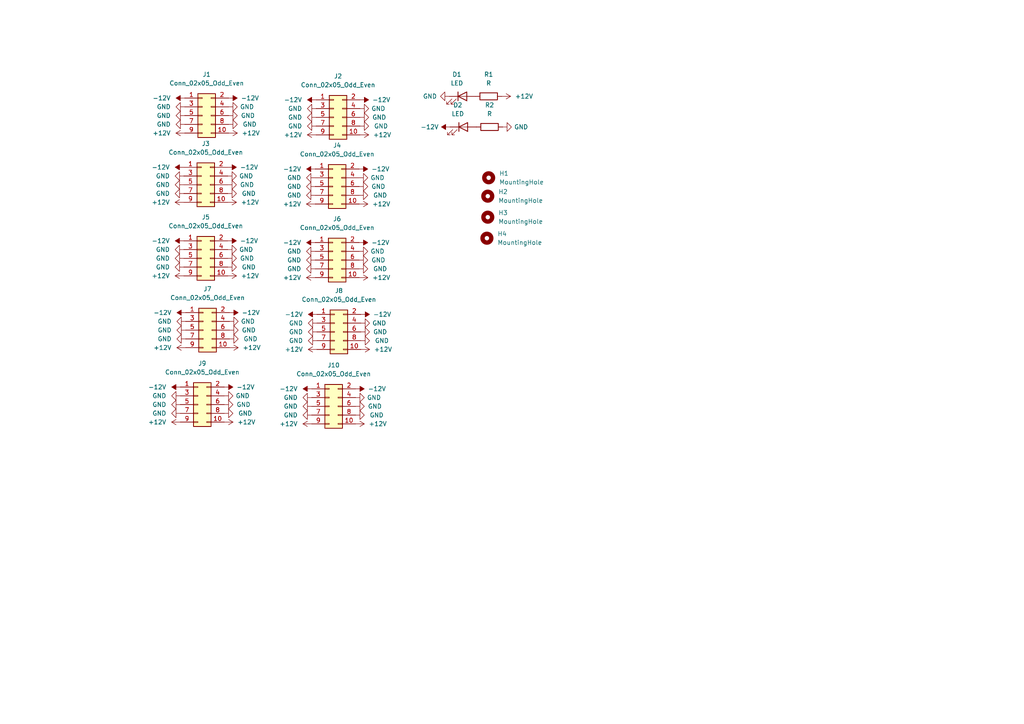
<source format=kicad_sch>
(kicad_sch (version 20250114) (generator "eeschema") (generator_version "9.0")
  (paper "A4")
  (lib_symbols
    (symbol "Connector_Generic:Conn_02x05_Odd_Even" (pin_names (offset 1.016) (hide yes))
      (property "Reference" "J" (at 1.27 7.62 0))
      (property "Value" "Conn_02x05_Odd_Even" (at 1.27 -7.62 0))
      (symbol "Conn_02x05_Odd_Even_1_1"
        (rectangle (start -1.27 6.35) (end 3.81 -6.35) (stroke (width 0.254)) (fill (type background)))
        (rectangle (start -1.27 5.207) (end 0 4.953) (stroke (width 0.1524)))
        (rectangle (start -1.27 2.667) (end 0 2.413) (stroke (width 0.1524)))
        (rectangle (start -1.27 0.127) (end 0 -0.127) (stroke (width 0.1524)))
        (rectangle (start -1.27 -2.413) (end 0 -2.667) (stroke (width 0.1524)))
        (rectangle (start -1.27 -4.953) (end 0 -5.207) (stroke (width 0.1524)))
        (rectangle (start 3.81 5.207) (end 2.54 4.953) (stroke (width 0.1524)))
        (rectangle (start 3.81 2.667) (end 2.54 2.413) (stroke (width 0.1524)))
        (rectangle (start 3.81 0.127) (end 2.54 -0.127) (stroke (width 0.1524)))
        (rectangle (start 3.81 -2.413) (end 2.54 -2.667) (stroke (width 0.1524)))
        (rectangle (start 3.81 -4.953) (end 2.54 -5.207) (stroke (width 0.1524)))
        (pin passive line (at -5.08 5.08 0) (length 3.81) (name "Pin_1") (number "1"))
        (pin passive line (at -5.08 2.54 0) (length 3.81) (name "Pin_3") (number "3"))
        (pin passive line (at -5.08 0 0) (length 3.81) (name "Pin_5") (number "5"))
        (pin passive line (at -5.08 -2.54 0) (length 3.81) (name "Pin_7") (number "7"))
        (pin passive line (at -5.08 -5.08 0) (length 3.81) (name "Pin_9") (number "9"))
        (pin passive line (at 7.62 5.08 180) (length 3.81) (name "Pin_2") (number "2"))
        (pin passive line (at 7.62 2.54 180) (length 3.81) (name "Pin_4") (number "4"))
        (pin passive line (at 7.62 0 180) (length 3.81) (name "Pin_6") (number "6"))
        (pin passive line (at 7.62 -2.54 180) (length 3.81) (name "Pin_8") (number "8"))
        (pin passive line (at 7.62 -5.08 180) (length 3.81) (name "Pin_10") (number "10"))
      )
    )
    (symbol "Device:LED" (pin_numbers (hide yes)) (pin_names (offset 1.016) (hide yes))
      (property "Reference" "D" (at 0 2.54 0))
      (property "Value" "LED" (at 0 -2.54 0))
      (symbol "LED_0_1"
        (polyline (pts (xy -3.048 -0.762) (xy -4.572 -2.286) (xy -3.81 -2.286) (xy -4.572 -2.286) (xy -4.572 -1.524)))
        (polyline (pts (xy -1.778 -0.762) (xy -3.302 -2.286) (xy -2.54 -2.286) (xy -3.302 -2.286) (xy -3.302 -1.524)))
        (polyline (pts (xy -1.27 0) (xy 1.27 0)))
        (polyline (pts (xy -1.27 -1.27) (xy -1.27 1.27)) (stroke (width 0.254)))
        (polyline (pts (xy 1.27 -1.27) (xy 1.27 1.27) (xy -1.27 0) (xy 1.27 -1.27)) (stroke (width 0.254)))
      )
      (symbol "LED_1_1"
        (pin passive line (at -3.81 0 0) (length 2.54) (name "K") (number "1"))
        (pin passive line (at 3.81 0 180) (length 2.54) (name "A") (number "2"))
      )
    )
    (symbol "Device:R" (pin_numbers (hide yes)) (pin_names (offset 0))
      (property "Reference" "R" (at 2.032 0 90))
      (property "Value" "R" (at 0 0 90))
      (symbol "R_0_1"
        (rectangle (start -1.016 -2.54) (end 1.016 2.54) (stroke (width 0.254)))
      )
      (symbol "R_1_1"
        (pin passive line (at 0 3.81 270) (length 1.27) (name "~") (number "1"))
        (pin passive line (at 0 -3.81 90) (length 1.27) (name "~") (number "2"))
      )
    )
    (symbol "Eurorack:+12V" (power) (pin_names (offset 0))
      (property "Value" "+12V" (at 0 3.556 0))
      (symbol "+12V_0_1"
        (polyline (pts (xy -0.762 1.27) (xy 0 2.54)))
        (polyline (pts (xy 0 2.54) (xy 0.762 1.27)))
        (polyline (pts (xy 0 0) (xy 0 2.54)))
      )
      (symbol "+12V_1_1"
        (pin power_in line (at 0 0 90) (length 0) (hide yes) (name "+12V") (number "1"))
      )
    )
    (symbol "Eurorack:-12V" (power) (pin_names (offset 0))
      (property "Value" "-12V" (at 0 3.81 0))
      (symbol "-12V_0_0"
        (pin power_in line (at 0 0 90) (length 0) (hide yes) (name "-12V") (number "1"))
      )
      (symbol "-12V_0_1"
        (polyline (pts (xy 0 0) (xy 0 1.27) (xy 0.762 1.27) (xy 0 2.54) (xy -0.762 1.27) (xy 0 1.27)) (fill (type outline)))
      )
    )
    (symbol "Eurorack:GND" (power) (pin_names (offset 0))
      (property "Value" "GND" (at 0 -3.81 0))
      (symbol "GND_0_1"
        (polyline (pts (xy 0 0) (xy 0 -1.27) (xy 1.27 -1.27) (xy 0 -2.54) (xy -1.27 -1.27) (xy 0 -1.27)))
      )
      (symbol "GND_1_1"
        (pin power_in line (at 0 0 270) (length 0) (hide yes) (name "GND") (number "1"))
      )
    )
    (symbol "Mechanical:MountingHole" (pin_names (offset 1.016)) (in_bom no)
      (property "Reference" "H" (at 0 5.08 0))
      (property "Value" "MountingHole" (at 0 3.175 0))
      (symbol "MountingHole_0_1"
        (circle (center 0 0) (radius 1.27) (stroke (width 1.27)))
      )
    )
  )
  (symbol (lib_id "Eurorack:GND") (at 53.34 77.47 270) (unit 1)
    (property "Reference" "#PWR044" (effects (hide yes)))
    (property "Value" "GND" (at 49.276 77.4699 90) (effects (justify right)))
    (property "Description" "Power symbol creates a global label with name \"GND\" , ground" (effects (hide yes)))
  )
  (symbol (lib_id "Eurorack:GND") (at 66.04 72.39 90) (unit 1)
    (property "Reference" "#PWR047" (effects (hide yes)))
    (property "Value" "GND" (at 69.342 72.3899 90) (effects (justify right)))
    (property "Description" "Power symbol creates a global label with name \"GND\" , ground" (effects (hide yes)))
  )
  (symbol (lib_id "Eurorack:-12V") (at 104.14 70.358 270) (unit 1)
    (property "Reference" "#PWR056" (effects (hide yes)))
    (property "Value" "-12V" (at 107.696 70.3579 90) (effects (justify left)))
    (property "Description" "Power symbol creates a global label with name \"-12V\"" (effects (hide yes)))
  )
  (symbol (lib_id "Eurorack:+12V") (at 66.04 58.674 270) (unit 1)
    (property "Reference" "#PWR030" (effects (hide yes)))
    (property "Value" "+12V" (at 69.85 58.6739 90) (effects (justify left)))
    (property "Description" "Power symbol creates a global label with name \"+12V\"" (effects (hide yes)))
  )
  (symbol (lib_id "Eurorack:GND") (at 66.548 93.218 90) (unit 1)
    (property "Reference" "#PWR067" (effects (hide yes)))
    (property "Value" "GND" (at 69.85 93.2179 90) (effects (justify right)))
    (property "Description" "Power symbol creates a global label with name \"GND\" , ground" (effects (hide yes)))
  )
  (symbol (lib_id "Connector_Generic:Conn_02x05_Odd_Even") (at 96.52 75.438 0) (unit 1)
    (property "Reference" "J6" (at 97.79 63.5 0))
    (property "Value" "Conn_02x05_Odd_Even" (at 97.79 66.04 0))
    (property "Footprint" "Connector_PinHeader_2.54mm:PinHeader_2x05_P2.54mm_Vertical" (effects (hide yes)))
    (property "Description" "Generic connector, double row, 02x05, odd/even pin numbering scheme (row 1 odd numbers, row 2 even numbers), script generated (kicad-library-utils/schlib/autogen/connector/)" (effects (hide yes)))
  )
  (symbol (lib_id "Eurorack:-12V") (at 65.024 112.268 270) (unit 1)
    (property "Reference" "#PWR086" (effects (hide yes)))
    (property "Value" "-12V" (at 68.58 112.2679 90) (effects (justify left)))
    (property "Description" "Power symbol creates a global label with name \"-12V\"" (effects (hide yes)))
  )
  (symbol (lib_id "Eurorack:-12V") (at 90.424 112.776 90) (unit 1)
    (property "Reference" "#PWR091" (effects (hide yes)))
    (property "Value" "-12V" (at 86.36 112.7759 90) (effects (justify left)))
    (property "Description" "Power symbol creates a global label with name \"-12V\"" (effects (hide yes)))
  )
  (symbol (lib_id "Eurorack:GND") (at 66.04 77.47 90) (unit 1)
    (property "Reference" "#PWR049" (effects (hide yes)))
    (property "Value" "GND" (at 70.104 77.4699 90) (effects (justify right)))
    (property "Description" "Power symbol creates a global label with name \"GND\" , ground" (effects (hide yes)))
  )
  (symbol (lib_id "Eurorack:-12V") (at 130.556 36.83 90) (unit 1)
    (property "Reference" "#PWR0103" (effects (hide yes)))
    (property "Value" "-12V" (at 127.254 36.8299 90) (effects (justify left)))
    (property "Description" "Power symbol creates a global label with name \"-12V\"" (effects (hide yes)))
  )
  (symbol (lib_id "Eurorack:GND") (at 104.394 36.576 90) (unit 1)
    (property "Reference" "#PWR019" (effects (hide yes)))
    (property "Value" "GND" (at 108.458 36.5759 90) (effects (justify right)))
    (property "Description" "Power symbol creates a global label with name \"GND\" , ground" (effects (hide yes)))
  )
  (symbol (lib_id "Eurorack:GND") (at 66.294 33.528 90) (unit 1)
    (property "Reference" "#PWR05" (effects (hide yes)))
    (property "Value" "GND" (at 69.85 33.5279 90) (effects (justify right)))
    (property "Description" "Power symbol creates a global label with name \"GND\" , ground" (effects (hide yes)))
  )
  (symbol (lib_id "Eurorack:GND") (at 65.024 117.348 90) (unit 1)
    (property "Reference" "#PWR088" (effects (hide yes)))
    (property "Value" "GND" (at 68.58 117.3479 90) (effects (justify right)))
    (property "Description" "Power symbol creates a global label with name \"GND\" , ground" (effects (hide yes)))
  )
  (symbol (lib_id "Eurorack:GND") (at 66.04 74.93 90) (unit 1)
    (property "Reference" "#PWR048" (effects (hide yes)))
    (property "Value" "GND" (at 69.596 74.9299 90) (effects (justify right)))
    (property "Description" "Power symbol creates a global label with name \"GND\" , ground" (effects (hide yes)))
  )
  (symbol (lib_id "Eurorack:-12V") (at 91.44 70.358 90) (unit 1)
    (property "Reference" "#PWR051" (effects (hide yes)))
    (property "Value" "-12V" (at 87.376 70.3579 90) (effects (justify left)))
    (property "Description" "Power symbol creates a global label with name \"-12V\"" (effects (hide yes)))
  )
  (symbol (lib_id "Eurorack:GND") (at 104.394 34.036 90) (unit 1)
    (property "Reference" "#PWR018" (effects (hide yes)))
    (property "Value" "GND" (at 107.95 34.0359 90) (effects (justify right)))
    (property "Description" "Power symbol creates a global label with name \"GND\" , ground" (effects (hide yes)))
  )
  (symbol (lib_id "Connector_Generic:Conn_02x05_Odd_Even") (at 57.404 117.348 0) (unit 1)
    (property "Reference" "J9" (at 58.674 105.41 0))
    (property "Value" "Conn_02x05_Odd_Even" (at 58.674 107.95 0))
    (property "Footprint" "Connector_PinHeader_2.54mm:PinHeader_2x05_P2.54mm_Vertical" (effects (hide yes)))
    (property "Description" "Generic connector, double row, 02x05, odd/even pin numbering scheme (row 1 odd numbers, row 2 even numbers), script generated (kicad-library-utils/schlib/autogen/connector/)" (effects (hide yes)))
  )
  (symbol (lib_id "Eurorack:GND") (at 66.04 56.134 90) (unit 1)
    (property "Reference" "#PWR029" (effects (hide yes)))
    (property "Value" "GND" (at 70.104 56.1339 90) (effects (justify right)))
    (property "Description" "Power symbol creates a global label with name \"GND\" , ground" (effects (hide yes)))
  )
  (symbol (lib_id "Eurorack:-12V") (at 53.594 28.448 90) (unit 1)
    (property "Reference" "#PWR07" (effects (hide yes)))
    (property "Value" "-12V" (at 49.53 28.4479 90) (effects (justify left)))
    (property "Description" "Power symbol creates a global label with name \"-12V\"" (effects (hide yes)))
  )
  (symbol (lib_id "Connector_Generic:Conn_02x05_Odd_Even") (at 58.928 95.758 0) (unit 1)
    (property "Reference" "J7" (at 60.198 83.82 0))
    (property "Value" "Conn_02x05_Odd_Even" (at 60.198 86.36 0))
    (property "Footprint" "Connector_PinHeader_2.54mm:PinHeader_2x05_P2.54mm_Vertical" (effects (hide yes)))
    (property "Description" "Generic connector, double row, 02x05, odd/even pin numbering scheme (row 1 odd numbers, row 2 even numbers), script generated (kicad-library-utils/schlib/autogen/connector/)" (effects (hide yes)))
  )
  (symbol (lib_id "Eurorack:GND") (at 53.34 51.054 270) (unit 1)
    (property "Reference" "#PWR022" (effects (hide yes)))
    (property "Value" "GND" (at 49.276 51.0539 90) (effects (justify right)))
    (property "Description" "Power symbol creates a global label with name \"GND\" , ground" (effects (hide yes)))
  )
  (symbol (lib_id "Eurorack:+12V") (at 104.14 80.518 270) (unit 1)
    (property "Reference" "#PWR060" (effects (hide yes)))
    (property "Value" "+12V" (at 107.95 80.5179 90) (effects (justify left)))
    (property "Description" "Power symbol creates a global label with name \"+12V\"" (effects (hide yes)))
  )
  (symbol (lib_id "Eurorack:+12V") (at 91.44 59.182 90) (unit 1)
    (property "Reference" "#PWR035" (effects (hide yes)))
    (property "Value" "+12V" (at 87.376 59.1819 90) (effects (justify left)))
    (property "Description" "Power symbol creates a global label with name \"+12V\"" (effects (hide yes)))
  )
  (symbol (lib_id "Eurorack:GND") (at 104.14 72.898 90) (unit 1)
    (property "Reference" "#PWR057" (effects (hide yes)))
    (property "Value" "GND" (at 107.442 72.8979 90) (effects (justify right)))
    (property "Description" "Power symbol creates a global label with name \"GND\" , ground" (effects (hide yes)))
  )
  (symbol (lib_id "Eurorack:GND") (at 52.324 114.808 270) (unit 1)
    (property "Reference" "#PWR082" (effects (hide yes)))
    (property "Value" "GND" (at 48.26 114.8079 90) (effects (justify right)))
    (property "Description" "Power symbol creates a global label with name \"GND\" , ground" (effects (hide yes)))
  )
  (symbol (lib_id "Eurorack:-12V") (at 66.294 28.448 270) (unit 1)
    (property "Reference" "#PWR08" (effects (hide yes)))
    (property "Value" "-12V" (at 69.85 28.4479 90) (effects (justify left)))
    (property "Description" "Power symbol creates a global label with name \"-12V\"" (effects (hide yes)))
  )
  (symbol (lib_id "Eurorack:GND") (at 66.04 53.594 90) (unit 1)
    (property "Reference" "#PWR028" (effects (hide yes)))
    (property "Value" "GND" (at 69.596 53.5939 90) (effects (justify right)))
    (property "Description" "Power symbol creates a global label with name \"GND\" , ground" (effects (hide yes)))
  )
  (symbol (lib_id "Eurorack:+12V") (at 65.024 122.428 270) (unit 1)
    (property "Reference" "#PWR090" (effects (hide yes)))
    (property "Value" "+12V" (at 68.834 122.4279 90) (effects (justify left)))
    (property "Description" "Power symbol creates a global label with name \"+12V\"" (effects (hide yes)))
  )
  (symbol (lib_id "Eurorack:-12V") (at 66.04 48.514 270) (unit 1)
    (property "Reference" "#PWR026" (effects (hide yes)))
    (property "Value" "-12V" (at 69.596 48.5139 90) (effects (justify left)))
    (property "Description" "Power symbol creates a global label with name \"-12V\"" (effects (hide yes)))
  )
  (symbol (lib_id "Eurorack:-12V") (at 91.694 28.956 90) (unit 1)
    (property "Reference" "#PWR011" (effects (hide yes)))
    (property "Value" "-12V" (at 87.63 28.9559 90) (effects (justify left)))
    (property "Description" "Power symbol creates a global label with name \"-12V\"" (effects (hide yes)))
  )
  (symbol (lib_id "Eurorack:GND") (at 53.594 33.528 270) (unit 1)
    (property "Reference" "#PWR02" (effects (hide yes)))
    (property "Value" "GND" (at 49.53 33.5279 90) (effects (justify right)))
    (property "Description" "Power symbol creates a global label with name \"GND\" , ground" (effects (hide yes)))
  )
  (symbol (lib_id "Connector_Generic:Conn_02x05_Odd_Even") (at 97.028 96.266 0) (unit 1)
    (property "Reference" "J8" (at 98.298 84.328 0))
    (property "Value" "Conn_02x05_Odd_Even" (at 98.298 86.868 0))
    (property "Footprint" "Connector_PinHeader_2.54mm:PinHeader_2x05_P2.54mm_Vertical" (effects (hide yes)))
    (property "Description" "Generic connector, double row, 02x05, odd/even pin numbering scheme (row 1 odd numbers, row 2 even numbers), script generated (kicad-library-utils/schlib/autogen/connector/)" (effects (hide yes)))
  )
  (symbol (lib_id "Eurorack:+12V") (at 53.34 80.01 90) (unit 1)
    (property "Reference" "#PWR045" (effects (hide yes)))
    (property "Value" "+12V" (at 49.276 80.0099 90) (effects (justify left)))
    (property "Description" "Power symbol creates a global label with name \"+12V\"" (effects (hide yes)))
  )
  (symbol (lib_id "Eurorack:+12V") (at 66.04 80.01 270) (unit 1)
    (property "Reference" "#PWR050" (effects (hide yes)))
    (property "Value" "+12V" (at 69.85 80.0099 90) (effects (justify left)))
    (property "Description" "Power symbol creates a global label with name \"+12V\"" (effects (hide yes)))
  )
  (symbol (lib_id "Eurorack:+12V") (at 53.34 58.674 90) (unit 1)
    (property "Reference" "#PWR025" (effects (hide yes)))
    (property "Value" "+12V" (at 49.276 58.6739 90) (effects (justify left)))
    (property "Description" "Power symbol creates a global label with name \"+12V\"" (effects (hide yes)))
  )
  (symbol (lib_id "Eurorack:+12V") (at 66.548 100.838 270) (unit 1)
    (property "Reference" "#PWR070" (effects (hide yes)))
    (property "Value" "+12V" (at 70.358 100.8379 90) (effects (justify left)))
    (property "Description" "Power symbol creates a global label with name \"+12V\"" (effects (hide yes)))
  )
  (symbol (lib_id "Eurorack:-12V") (at 53.34 69.85 90) (unit 1)
    (property "Reference" "#PWR041" (effects (hide yes)))
    (property "Value" "-12V" (at 49.276 69.8499 90) (effects (justify left)))
    (property "Description" "Power symbol creates a global label with name \"-12V\"" (effects (hide yes)))
  )
  (symbol (lib_id "Eurorack:GND") (at 91.694 36.576 270) (unit 1)
    (property "Reference" "#PWR014" (effects (hide yes)))
    (property "Value" "GND" (at 87.63 36.5759 90) (effects (justify right)))
    (property "Description" "Power symbol creates a global label with name \"GND\" , ground" (effects (hide yes)))
  )
  (symbol (lib_id "Eurorack:+12V") (at 104.14 59.182 270) (unit 1)
    (property "Reference" "#PWR040" (effects (hide yes)))
    (property "Value" "+12V" (at 107.95 59.1819 90) (effects (justify left)))
    (property "Description" "Power symbol creates a global label with name \"+12V\"" (effects (hide yes)))
  )
  (symbol (lib_id "Eurorack:-12V") (at 104.394 28.956 270) (unit 1)
    (property "Reference" "#PWR016" (effects (hide yes)))
    (property "Value" "-12V" (at 107.95 28.9559 90) (effects (justify left)))
    (property "Description" "Power symbol creates a global label with name \"-12V\"" (effects (hide yes)))
  )
  (symbol (lib_id "Eurorack:+12V") (at 53.848 100.838 90) (unit 1)
    (property "Reference" "#PWR065" (effects (hide yes)))
    (property "Value" "+12V" (at 49.784 100.8379 90) (effects (justify left)))
    (property "Description" "Power symbol creates a global label with name \"+12V\"" (effects (hide yes)))
  )
  (symbol (lib_id "Eurorack:GND") (at 104.14 54.102 90) (unit 1)
    (property "Reference" "#PWR038" (effects (hide yes)))
    (property "Value" "GND" (at 107.696 54.1019 90) (effects (justify right)))
    (property "Description" "Power symbol creates a global label with name \"GND\" , ground" (effects (hide yes)))
  )
  (symbol (lib_id "Eurorack:GND") (at 52.324 117.348 270) (unit 1)
    (property "Reference" "#PWR083" (effects (hide yes)))
    (property "Value" "GND" (at 48.26 117.3479 90) (effects (justify right)))
    (property "Description" "Power symbol creates a global label with name \"GND\" , ground" (effects (hide yes)))
  )
  (symbol (lib_id "Device:R") (at 141.986 36.83 90) (unit 1)
    (property "Reference" "R2" (at 141.986 30.48 90))
    (property "Value" "R" (at 141.986 33.02 90))
    (property "Footprint" "Resistor_THT:R_Axial_DIN0207_L6.3mm_D2.5mm_P2.54mm_Vertical" (effects (hide yes)))
    (property "Description" "Resistor" (effects (hide yes)))
  )
  (symbol (lib_id "Eurorack:-12V") (at 53.848 90.678 90) (unit 1)
    (property "Reference" "#PWR061" (effects (hide yes)))
    (property "Value" "-12V" (at 49.784 90.6779 90) (effects (justify left)))
    (property "Description" "Power symbol creates a global label with name \"-12V\"" (effects (hide yes)))
  )
  (symbol (lib_id "Eurorack:-12V") (at 104.648 91.186 270) (unit 1)
    (property "Reference" "#PWR076" (effects (hide yes)))
    (property "Value" "-12V" (at 108.204 91.1859 90) (effects (justify left)))
    (property "Description" "Power symbol creates a global label with name \"-12V\"" (effects (hide yes)))
  )
  (symbol (lib_id "Eurorack:GND") (at 91.44 72.898 270) (unit 1)
    (property "Reference" "#PWR052" (effects (hide yes)))
    (property "Value" "GND" (at 87.376 72.8979 90) (effects (justify right)))
    (property "Description" "Power symbol creates a global label with name \"GND\" , ground" (effects (hide yes)))
  )
  (symbol (lib_id "Eurorack:+12V") (at 145.542 27.94 270) (unit 1)
    (property "Reference" "#PWR0102" (effects (hide yes)))
    (property "Value" "+12V" (at 149.352 27.9399 90) (effects (justify left)))
    (property "Description" "Power symbol creates a global label with name \"+12V\"" (effects (hide yes)))
  )
  (symbol (lib_id "Eurorack:-12V") (at 91.948 91.186 90) (unit 1)
    (property "Reference" "#PWR071" (effects (hide yes)))
    (property "Value" "-12V" (at 87.884 91.1859 90) (effects (justify left)))
    (property "Description" "Power symbol creates a global label with name \"-12V\"" (effects (hide yes)))
  )
  (symbol (lib_id "Eurorack:GND") (at 53.848 95.758 270) (unit 1)
    (property "Reference" "#PWR063" (effects (hide yes)))
    (property "Value" "GND" (at 49.784 95.7579 90) (effects (justify right)))
    (property "Description" "Power symbol creates a global label with name \"GND\" , ground" (effects (hide yes)))
  )
  (symbol (lib_id "Eurorack:GND") (at 103.124 117.856 90) (unit 1)
    (property "Reference" "#PWR098" (effects (hide yes)))
    (property "Value" "GND" (at 106.68 117.8559 90) (effects (justify right)))
    (property "Description" "Power symbol creates a global label with name \"GND\" , ground" (effects (hide yes)))
  )
  (symbol (lib_id "Eurorack:GND") (at 53.848 98.298 270) (unit 1)
    (property "Reference" "#PWR064" (effects (hide yes)))
    (property "Value" "GND" (at 49.784 98.2979 90) (effects (justify right)))
    (property "Description" "Power symbol creates a global label with name \"GND\" , ground" (effects (hide yes)))
  )
  (symbol (lib_id "Connector_Generic:Conn_02x05_Odd_Even") (at 95.504 117.856 0) (unit 1)
    (property "Reference" "J10" (at 96.774 105.918 0))
    (property "Value" "Conn_02x05_Odd_Even" (at 96.774 108.458 0))
    (property "Footprint" "Connector_PinHeader_2.54mm:PinHeader_2x05_P2.54mm_Vertical" (effects (hide yes)))
    (property "Description" "Generic connector, double row, 02x05, odd/even pin numbering scheme (row 1 odd numbers, row 2 even numbers), script generated (kicad-library-utils/schlib/autogen/connector/)" (effects (hide yes)))
  )
  (symbol (lib_id "Eurorack:-12V") (at 52.324 112.268 90) (unit 1)
    (property "Reference" "#PWR081" (effects (hide yes)))
    (property "Value" "-12V" (at 48.26 112.2679 90) (effects (justify left)))
    (property "Description" "Power symbol creates a global label with name \"-12V\"" (effects (hide yes)))
  )
  (symbol (lib_id "Eurorack:GND") (at 104.394 31.496 90) (unit 1)
    (property "Reference" "#PWR017" (effects (hide yes)))
    (property "Value" "GND" (at 107.696 31.4959 90) (effects (justify right)))
    (property "Description" "Power symbol creates a global label with name \"GND\" , ground" (effects (hide yes)))
  )
  (symbol (lib_id "Eurorack:GND") (at 103.124 115.316 90) (unit 1)
    (property "Reference" "#PWR097" (effects (hide yes)))
    (property "Value" "GND" (at 106.426 115.3159 90) (effects (justify right)))
    (property "Description" "Power symbol creates a global label with name \"GND\" , ground" (effects (hide yes)))
  )
  (symbol (lib_id "Eurorack:GND") (at 104.14 51.562 90) (unit 1)
    (property "Reference" "#PWR037" (effects (hide yes)))
    (property "Value" "GND" (at 107.442 51.5619 90) (effects (justify right)))
    (property "Description" "Power symbol creates a global label with name \"GND\" , ground" (effects (hide yes)))
  )
  (symbol (lib_id "Eurorack:GND") (at 66.294 36.068 90) (unit 1)
    (property "Reference" "#PWR06" (effects (hide yes)))
    (property "Value" "GND" (at 70.358 36.0679 90) (effects (justify right)))
    (property "Description" "Power symbol creates a global label with name \"GND\" , ground" (effects (hide yes)))
  )
  (symbol (lib_id "Eurorack:GND") (at 65.024 114.808 90) (unit 1)
    (property "Reference" "#PWR087" (effects (hide yes)))
    (property "Value" "GND" (at 68.326 114.8079 90) (effects (justify right)))
    (property "Description" "Power symbol creates a global label with name \"GND\" , ground" (effects (hide yes)))
  )
  (symbol (lib_id "Eurorack:-12V") (at 66.04 69.85 270) (unit 1)
    (property "Reference" "#PWR046" (effects (hide yes)))
    (property "Value" "-12V" (at 69.596 69.8499 90) (effects (justify left)))
    (property "Description" "Power symbol creates a global label with name \"-12V\"" (effects (hide yes)))
  )
  (symbol (lib_id "Eurorack:GND") (at 53.34 56.134 270) (unit 1)
    (property "Reference" "#PWR024" (effects (hide yes)))
    (property "Value" "GND" (at 49.276 56.1339 90) (effects (justify right)))
    (property "Description" "Power symbol creates a global label with name \"GND\" , ground" (effects (hide yes)))
  )
  (symbol (lib_id "Connector_Generic:Conn_02x05_Odd_Even") (at 58.42 53.594 0) (unit 1)
    (property "Reference" "J3" (at 59.69 41.656 0))
    (property "Value" "Conn_02x05_Odd_Even" (at 59.69 44.196 0))
    (property "Footprint" "Connector_PinHeader_2.54mm:PinHeader_2x05_P2.54mm_Vertical" (effects (hide yes)))
    (property "Description" "Generic connector, double row, 02x05, odd/even pin numbering scheme (row 1 odd numbers, row 2 even numbers), script generated (kicad-library-utils/schlib/autogen/connector/)" (effects (hide yes)))
  )
  (symbol (lib_id "Eurorack:GND") (at 53.848 93.218 270) (unit 1)
    (property "Reference" "#PWR062" (effects (hide yes)))
    (property "Value" "GND" (at 49.784 93.2179 90) (effects (justify right)))
    (property "Description" "Power symbol creates a global label with name \"GND\" , ground" (effects (hide yes)))
  )
  (symbol (lib_id "Eurorack:GND") (at 104.648 98.806 90) (unit 1)
    (property "Reference" "#PWR079" (effects (hide yes)))
    (property "Value" "GND" (at 108.712 98.8059 90) (effects (justify right)))
    (property "Description" "Power symbol creates a global label with name \"GND\" , ground" (effects (hide yes)))
  )
  (symbol (lib_id "Eurorack:GND") (at 66.294 30.988 90) (unit 1)
    (property "Reference" "#PWR04" (effects (hide yes)))
    (property "Value" "GND" (at 69.596 30.9879 90) (effects (justify right)))
    (property "Description" "Power symbol creates a global label with name \"GND\" , ground" (effects (hide yes)))
  )
  (symbol (lib_id "Connector_Generic:Conn_02x05_Odd_Even") (at 58.42 74.93 0) (unit 1)
    (property "Reference" "J5" (at 59.69 62.992 0))
    (property "Value" "Conn_02x05_Odd_Even" (at 59.69 65.532 0))
    (property "Footprint" "Connector_PinHeader_2.54mm:PinHeader_2x05_P2.54mm_Vertical" (effects (hide yes)))
    (property "Description" "Generic connector, double row, 02x05, odd/even pin numbering scheme (row 1 odd numbers, row 2 even numbers), script generated (kicad-library-utils/schlib/autogen/connector/)" (effects (hide yes)))
  )
  (symbol (lib_id "Connector_Generic:Conn_02x05_Odd_Even") (at 58.674 33.528 0) (unit 1)
    (property "Reference" "J1" (at 59.944 21.59 0))
    (property "Value" "Conn_02x05_Odd_Even" (at 59.944 24.13 0))
    (property "Footprint" "Connector_PinHeader_2.54mm:PinHeader_2x05_P2.54mm_Vertical" (effects (hide yes)))
    (property "Description" "Generic connector, double row, 02x05, odd/even pin numbering scheme (row 1 odd numbers, row 2 even numbers), script generated (kicad-library-utils/schlib/autogen/connector/)" (effects (hide yes)))
  )
  (symbol (lib_id "Eurorack:+12V") (at 90.424 122.936 90) (unit 1)
    (property "Reference" "#PWR095" (effects (hide yes)))
    (property "Value" "+12V" (at 86.36 122.9359 90) (effects (justify left)))
    (property "Description" "Power symbol creates a global label with name \"+12V\"" (effects (hide yes)))
  )
  (symbol (lib_id "Eurorack:GND") (at 65.024 119.888 90) (unit 1)
    (property "Reference" "#PWR089" (effects (hide yes)))
    (property "Value" "GND" (at 69.088 119.8879 90) (effects (justify right)))
    (property "Description" "Power symbol creates a global label with name \"GND\" , ground" (effects (hide yes)))
  )
  (symbol (lib_id "Eurorack:GND") (at 104.14 56.642 90) (unit 1)
    (property "Reference" "#PWR039" (effects (hide yes)))
    (property "Value" "GND" (at 108.204 56.6419 90) (effects (justify right)))
    (property "Description" "Power symbol creates a global label with name \"GND\" , ground" (effects (hide yes)))
  )
  (symbol (lib_id "Eurorack:GND") (at 104.14 77.978 90) (unit 1)
    (property "Reference" "#PWR059" (effects (hide yes)))
    (property "Value" "GND" (at 108.204 77.9779 90) (effects (justify right)))
    (property "Description" "Power symbol creates a global label with name \"GND\" , ground" (effects (hide yes)))
  )
  (symbol (lib_id "Eurorack:GND") (at 104.648 96.266 90) (unit 1)
    (property "Reference" "#PWR078" (effects (hide yes)))
    (property "Value" "GND" (at 108.204 96.2659 90) (effects (justify right)))
    (property "Description" "Power symbol creates a global label with name \"GND\" , ground" (effects (hide yes)))
  )
  (symbol (lib_id "Eurorack:GND") (at 91.948 93.726 270) (unit 1)
    (property "Reference" "#PWR072" (effects (hide yes)))
    (property "Value" "GND" (at 87.884 93.7259 90) (effects (justify right)))
    (property "Description" "Power symbol creates a global label with name \"GND\" , ground" (effects (hide yes)))
  )
  (symbol (lib_id "Eurorack:GND") (at 53.594 36.068 270) (unit 1)
    (property "Reference" "#PWR03" (effects (hide yes)))
    (property "Value" "GND" (at 49.53 36.0679 90) (effects (justify right)))
    (property "Description" "Power symbol creates a global label with name \"GND\" , ground" (effects (hide yes)))
  )
  (symbol (lib_id "Eurorack:GND") (at 53.34 53.594 270) (unit 1)
    (property "Reference" "#PWR023" (effects (hide yes)))
    (property "Value" "GND" (at 49.276 53.5939 90) (effects (justify right)))
    (property "Description" "Power symbol creates a global label with name \"GND\" , ground" (effects (hide yes)))
  )
  (symbol (lib_id "Eurorack:+12V") (at 104.394 39.116 270) (unit 1)
    (property "Reference" "#PWR020" (effects (hide yes)))
    (property "Value" "+12V" (at 108.204 39.1159 90) (effects (justify left)))
    (property "Description" "Power symbol creates a global label with name \"+12V\"" (effects (hide yes)))
  )
  (symbol (lib_id "Eurorack:GND") (at 91.44 75.438 270) (unit 1)
    (property "Reference" "#PWR053" (effects (hide yes)))
    (property "Value" "GND" (at 87.376 75.4379 90) (effects (justify right)))
    (property "Description" "Power symbol creates a global label with name \"GND\" , ground" (effects (hide yes)))
  )
  (symbol (lib_id "Device:LED") (at 134.112 27.94 0) (unit 1)
    (property "Reference" "D1" (at 132.5245 21.59 0))
    (property "Value" "LED" (at 132.5245 24.13 0))
    (property "Footprint" "Eurorack:LED_D3.0mm" (effects (hide yes)))
    (property "Description" "Light emitting diode" (effects (hide yes)))
    (property "Sim.Pins" "1=K 2=A" (effects (hide yes)))
  )
  (symbol (lib_id "Eurorack:GND") (at 91.44 51.562 270) (unit 1)
    (property "Reference" "#PWR032" (effects (hide yes)))
    (property "Value" "GND" (at 87.376 51.5619 90) (effects (justify right)))
    (property "Description" "Power symbol creates a global label with name \"GND\" , ground" (effects (hide yes)))
  )
  (symbol (lib_id "Eurorack:-12V") (at 91.44 49.022 90) (unit 1)
    (property "Reference" "#PWR031" (effects (hide yes)))
    (property "Value" "-12V" (at 87.376 49.0219 90) (effects (justify left)))
    (property "Description" "Power symbol creates a global label with name \"-12V\"" (effects (hide yes)))
  )
  (symbol (lib_id "Eurorack:GND") (at 53.34 72.39 270) (unit 1)
    (property "Reference" "#PWR042" (effects (hide yes)))
    (property "Value" "GND" (at 49.276 72.3899 90) (effects (justify right)))
    (property "Description" "Power symbol creates a global label with name \"GND\" , ground" (effects (hide yes)))
  )
  (symbol (lib_id "Eurorack:+12V") (at 52.324 122.428 90) (unit 1)
    (property "Reference" "#PWR085" (effects (hide yes)))
    (property "Value" "+12V" (at 48.26 122.4279 90) (effects (justify left)))
    (property "Description" "Power symbol creates a global label with name \"+12V\"" (effects (hide yes)))
  )
  (symbol (lib_id "Eurorack:+12V") (at 91.948 101.346 90) (unit 1)
    (property "Reference" "#PWR075" (effects (hide yes)))
    (property "Value" "+12V" (at 87.884 101.3459 90) (effects (justify left)))
    (property "Description" "Power symbol creates a global label with name \"+12V\"" (effects (hide yes)))
  )
  (symbol (lib_id "Eurorack:-12V") (at 103.124 112.776 270) (unit 1)
    (property "Reference" "#PWR096" (effects (hide yes)))
    (property "Value" "-12V" (at 106.68 112.7759 90) (effects (justify left)))
    (property "Description" "Power symbol creates a global label with name \"-12V\"" (effects (hide yes)))
  )
  (symbol (lib_id "Eurorack:-12V") (at 104.14 49.022 270) (unit 1)
    (property "Reference" "#PWR036" (effects (hide yes)))
    (property "Value" "-12V" (at 107.696 49.0219 90) (effects (justify left)))
    (property "Description" "Power symbol creates a global label with name \"-12V\"" (effects (hide yes)))
  )
  (symbol (lib_id "Eurorack:GND") (at 52.324 119.888 270) (unit 1)
    (property "Reference" "#PWR084" (effects (hide yes)))
    (property "Value" "GND" (at 48.26 119.8879 90) (effects (justify right)))
    (property "Description" "Power symbol creates a global label with name \"GND\" , ground" (effects (hide yes)))
  )
  (symbol (lib_id "Eurorack:GND") (at 104.14 75.438 90) (unit 1)
    (property "Reference" "#PWR058" (effects (hide yes)))
    (property "Value" "GND" (at 107.696 75.4379 90) (effects (justify right)))
    (property "Description" "Power symbol creates a global label with name \"GND\" , ground" (effects (hide yes)))
  )
  (symbol (lib_id "Eurorack:-12V") (at 53.34 48.514 90) (unit 1)
    (property "Reference" "#PWR021" (effects (hide yes)))
    (property "Value" "-12V" (at 49.276 48.5139 90) (effects (justify left)))
    (property "Description" "Power symbol creates a global label with name \"-12V\"" (effects (hide yes)))
  )
  (symbol (lib_id "Eurorack:+12V") (at 66.294 38.608 270) (unit 1)
    (property "Reference" "#PWR010" (effects (hide yes)))
    (property "Value" "+12V" (at 70.104 38.6079 90) (effects (justify left)))
    (property "Description" "Power symbol creates a global label with name \"+12V\"" (effects (hide yes)))
  )
  (symbol (lib_id "Mechanical:MountingHole") (at 141.478 62.992 0) (unit 1) (in_bom no)
    (property "Reference" "H3" (at 144.526 61.7219 0) (effects (justify left)))
    (property "Value" "MountingHole" (at 144.526 64.2619 0) (effects (justify left)))
    (property "Footprint" "MountingHole:MountingHole_4mm" (effects (hide yes)))
    (property "Description" "Mounting Hole without connection" (effects (hide yes)))
  )
  (symbol (lib_id "Eurorack:GND") (at 66.548 95.758 90) (unit 1)
    (property "Reference" "#PWR068" (effects (hide yes)))
    (property "Value" "GND" (at 70.104 95.7579 90) (effects (justify right)))
    (property "Description" "Power symbol creates a global label with name \"GND\" , ground" (effects (hide yes)))
  )
  (symbol (lib_id "Eurorack:+12V") (at 104.648 101.346 270) (unit 1)
    (property "Reference" "#PWR080" (effects (hide yes)))
    (property "Value" "+12V" (at 108.458 101.3459 90) (effects (justify left)))
    (property "Description" "Power symbol creates a global label with name \"+12V\"" (effects (hide yes)))
  )
  (symbol (lib_id "Eurorack:GND") (at 91.44 54.102 270) (unit 1)
    (property "Reference" "#PWR033" (effects (hide yes)))
    (property "Value" "GND" (at 87.376 54.1019 90) (effects (justify right)))
    (property "Description" "Power symbol creates a global label with name \"GND\" , ground" (effects (hide yes)))
  )
  (symbol (lib_id "Eurorack:GND") (at 91.694 34.036 270) (unit 1)
    (property "Reference" "#PWR013" (effects (hide yes)))
    (property "Value" "GND" (at 87.63 34.0359 90) (effects (justify right)))
    (property "Description" "Power symbol creates a global label with name \"GND\" , ground" (effects (hide yes)))
  )
  (symbol (lib_id "Eurorack:GND") (at 91.948 98.806 270) (unit 1)
    (property "Reference" "#PWR074" (effects (hide yes)))
    (property "Value" "GND" (at 87.884 98.8059 90) (effects (justify right)))
    (property "Description" "Power symbol creates a global label with name \"GND\" , ground" (effects (hide yes)))
  )
  (symbol (lib_id "Eurorack:+12V") (at 103.124 122.936 270) (unit 1)
    (property "Reference" "#PWR0100" (effects (hide yes)))
    (property "Value" "+12V" (at 106.934 122.9359 90) (effects (justify left)))
    (property "Description" "Power symbol creates a global label with name \"+12V\"" (effects (hide yes)))
  )
  (symbol (lib_id "Device:R") (at 141.732 27.94 90) (unit 1)
    (property "Reference" "R1" (at 141.732 21.59 90))
    (property "Value" "R" (at 141.732 24.13 90))
    (property "Footprint" "Resistor_THT:R_Axial_DIN0207_L6.3mm_D2.5mm_P2.54mm_Vertical" (effects (hide yes)))
    (property "Description" "Resistor" (effects (hide yes)))
  )
  (symbol (lib_id "Connector_Generic:Conn_02x05_Odd_Even") (at 96.774 34.036 0) (unit 1)
    (property "Reference" "J2" (at 98.044 22.098 0))
    (property "Value" "Conn_02x05_Odd_Even" (at 98.044 24.638 0))
    (property "Footprint" "Connector_PinHeader_2.54mm:PinHeader_2x05_P2.54mm_Vertical" (effects (hide yes)))
    (property "Description" "Generic connector, double row, 02x05, odd/even pin numbering scheme (row 1 odd numbers, row 2 even numbers), script generated (kicad-library-utils/schlib/autogen/connector/)" (effects (hide yes)))
  )
  (symbol (lib_id "Eurorack:GND") (at 130.302 27.94 270) (unit 1)
    (property "Reference" "#PWR0101" (effects (hide yes)))
    (property "Value" "GND" (at 126.746 27.9399 90) (effects (justify right)))
    (property "Description" "Power symbol creates a global label with name \"GND\" , ground" (effects (hide yes)))
  )
  (symbol (lib_id "Eurorack:+12V") (at 53.594 38.608 90) (unit 1)
    (property "Reference" "#PWR09" (effects (hide yes)))
    (property "Value" "+12V" (at 49.53 38.6079 90) (effects (justify left)))
    (property "Description" "Power symbol creates a global label with name \"+12V\"" (effects (hide yes)))
  )
  (symbol (lib_id "Mechanical:MountingHole") (at 141.732 51.562 0) (unit 1) (in_bom no)
    (property "Reference" "H1" (at 144.78 50.2919 0) (effects (justify left)))
    (property "Value" "MountingHole" (at 144.78 52.8319 0) (effects (justify left)))
    (property "Footprint" "MountingHole:MountingHole_4mm" (effects (hide yes)))
    (property "Description" "Mounting Hole without connection" (effects (hide yes)))
  )
  (symbol (lib_id "Eurorack:GND") (at 66.04 51.054 90) (unit 1)
    (property "Reference" "#PWR027" (effects (hide yes)))
    (property "Value" "GND" (at 69.342 51.0539 90) (effects (justify right)))
    (property "Description" "Power symbol creates a global label with name \"GND\" , ground" (effects (hide yes)))
  )
  (symbol (lib_id "Eurorack:+12V") (at 91.694 39.116 90) (unit 1)
    (property "Reference" "#PWR015" (effects (hide yes)))
    (property "Value" "+12V" (at 87.63 39.1159 90) (effects (justify left)))
    (property "Description" "Power symbol creates a global label with name \"+12V\"" (effects (hide yes)))
  )
  (symbol (lib_id "Connector_Generic:Conn_02x05_Odd_Even") (at 96.52 54.102 0) (unit 1)
    (property "Reference" "J4" (at 97.79 42.164 0))
    (property "Value" "Conn_02x05_Odd_Even" (at 97.79 44.704 0))
    (property "Footprint" "Connector_PinHeader_2.54mm:PinHeader_2x05_P2.54mm_Vertical" (effects (hide yes)))
    (property "Description" "Generic connector, double row, 02x05, odd/even pin numbering scheme (row 1 odd numbers, row 2 even numbers), script generated (kicad-library-utils/schlib/autogen/connector/)" (effects (hide yes)))
  )
  (symbol (lib_id "Eurorack:GND") (at 90.424 117.856 270) (unit 1)
    (property "Reference" "#PWR093" (effects (hide yes)))
    (property "Value" "GND" (at 86.36 117.8559 90) (effects (justify right)))
    (property "Description" "Power symbol creates a global label with name \"GND\" , ground" (effects (hide yes)))
  )
  (symbol (lib_id "Device:LED") (at 134.366 36.83 0) (unit 1)
    (property "Reference" "D2" (at 132.7785 30.48 0))
    (property "Value" "LED" (at 132.7785 33.02 0))
    (property "Footprint" "Eurorack:LED_D3.0mm" (effects (hide yes)))
    (property "Description" "Light emitting diode" (effects (hide yes)))
    (property "Sim.Pins" "1=K 2=A" (effects (hide yes)))
  )
  (symbol (lib_id "Eurorack:GND") (at 90.424 115.316 270) (unit 1)
    (property "Reference" "#PWR092" (effects (hide yes)))
    (property "Value" "GND" (at 86.36 115.3159 90) (effects (justify right)))
    (property "Description" "Power symbol creates a global label with name \"GND\" , ground" (effects (hide yes)))
  )
  (symbol (lib_id "Eurorack:GND") (at 91.44 77.978 270) (unit 1)
    (property "Reference" "#PWR054" (effects (hide yes)))
    (property "Value" "GND" (at 87.376 77.9779 90) (effects (justify right)))
    (property "Description" "Power symbol creates a global label with name \"GND\" , ground" (effects (hide yes)))
  )
  (symbol (lib_id "Eurorack:GND") (at 145.796 36.83 90) (unit 1)
    (property "Reference" "#PWR0104" (effects (hide yes)))
    (property "Value" "GND" (at 149.098 36.8299 90) (effects (justify right)))
    (property "Description" "Power symbol creates a global label with name \"GND\" , ground" (effects (hide yes)))
  )
  (symbol (lib_id "Mechanical:MountingHole") (at 141.224 69.088 0) (unit 1) (in_bom no)
    (property "Reference" "H4" (at 144.272 67.8179 0) (effects (justify left)))
    (property "Value" "MountingHole" (at 144.272 70.3579 0) (effects (justify left)))
    (property "Footprint" "MountingHole:MountingHole_4mm" (effects (hide yes)))
    (property "Description" "Mounting Hole without connection" (effects (hide yes)))
  )
  (symbol (lib_id "Eurorack:GND") (at 91.948 96.266 270) (unit 1)
    (property "Reference" "#PWR073" (effects (hide yes)))
    (property "Value" "GND" (at 87.884 96.2659 90) (effects (justify right)))
    (property "Description" "Power symbol creates a global label with name \"GND\" , ground" (effects (hide yes)))
  )
  (symbol (lib_id "Eurorack:GND") (at 103.124 120.396 90) (unit 1)
    (property "Reference" "#PWR099" (effects (hide yes)))
    (property "Value" "GND" (at 107.188 120.3959 90) (effects (justify right)))
    (property "Description" "Power symbol creates a global label with name \"GND\" , ground" (effects (hide yes)))
  )
  (symbol (lib_id "Eurorack:GND") (at 90.424 120.396 270) (unit 1)
    (property "Reference" "#PWR094" (effects (hide yes)))
    (property "Value" "GND" (at 86.36 120.3959 90) (effects (justify right)))
    (property "Description" "Power symbol creates a global label with name \"GND\" , ground" (effects (hide yes)))
  )
  (symbol (lib_id "Eurorack:GND") (at 66.548 98.298 90) (unit 1)
    (property "Reference" "#PWR069" (effects (hide yes)))
    (property "Value" "GND" (at 70.612 98.2979 90) (effects (justify right)))
    (property "Description" "Power symbol creates a global label with name \"GND\" , ground" (effects (hide yes)))
  )
  (symbol (lib_id "Eurorack:GND") (at 91.694 31.496 270) (unit 1)
    (property "Reference" "#PWR012" (effects (hide yes)))
    (property "Value" "GND" (at 87.63 31.4959 90) (effects (justify right)))
    (property "Description" "Power symbol creates a global label with name \"GND\" , ground" (effects (hide yes)))
  )
  (symbol (lib_id "Eurorack:GND") (at 53.594 30.988 270) (unit 1)
    (property "Reference" "#PWR01" (effects (hide yes)))
    (property "Value" "GND" (at 49.53 30.9879 90) (effects (justify right)))
    (property "Description" "Power symbol creates a global label with name \"GND\" , ground" (effects (hide yes)))
  )
  (symbol (lib_id "Mechanical:MountingHole") (at 141.478 56.896 0) (unit 1) (in_bom no)
    (property "Reference" "H2" (at 144.526 55.6259 0) (effects (justify left)))
    (property "Value" "MountingHole" (at 144.526 58.1659 0) (effects (justify left)))
    (property "Footprint" "MountingHole:MountingHole_4mm" (effects (hide yes)))
    (property "Description" "Mounting Hole without connection" (effects (hide yes)))
  )
  (symbol (lib_id "Eurorack:+12V") (at 91.44 80.518 90) (unit 1)
    (property "Reference" "#PWR055" (effects (hide yes)))
    (property "Value" "+12V" (at 87.376 80.5179 90) (effects (justify left)))
    (property "Description" "Power symbol creates a global label with name \"+12V\"" (effects (hide yes)))
  )
  (symbol (lib_id "Eurorack:GND") (at 104.648 93.726 90) (unit 1)
    (property "Reference" "#PWR077" (effects (hide yes)))
    (property "Value" "GND" (at 107.95 93.7259 90) (effects (justify right)))
    (property "Description" "Power symbol creates a global label with name \"GND\" , ground" (effects (hide yes)))
  )
  (symbol (lib_id "Eurorack:GND") (at 91.44 56.642 270) (unit 1)
    (property "Reference" "#PWR034" (effects (hide yes)))
    (property "Value" "GND" (at 87.376 56.6419 90) (effects (justify right)))
    (property "Description" "Power symbol creates a global label with name \"GND\" , ground" (effects (hide yes)))
  )
  (symbol (lib_id "Eurorack:-12V") (at 66.548 90.678 270) (unit 1)
    (property "Reference" "#PWR066" (effects (hide yes)))
    (property "Value" "-12V" (at 70.104 90.6779 90) (effects (justify left)))
    (property "Description" "Power symbol creates a global label with name \"-12V\"" (effects (hide yes)))
  )
  (symbol (lib_id "Eurorack:GND") (at 53.34 74.93 270) (unit 1)
    (property "Reference" "#PWR043" (effects (hide yes)))
    (property "Value" "GND" (at 49.276 74.9299 90) (effects (justify right)))
    (property "Description" "Power symbol creates a global label with name \"GND\" , ground" (effects (hide yes)))
  )
)
</source>
